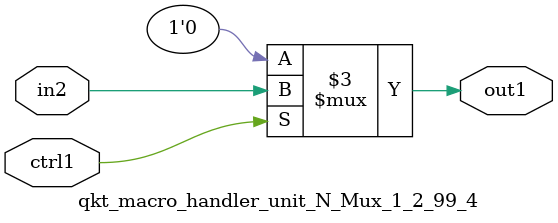
<source format=v>

`timescale 1ps / 1ps


module qkt_macro_handler_unit_N_Mux_1_2_99_4( in2, ctrl1, out1 );

    input in2;
    input ctrl1;
    output out1;
    reg out1;

    
    // rtl_process:qkt_macro_handler_unit_N_Mux_1_2_99_4/qkt_macro_handler_unit_N_Mux_1_2_99_4_thread_1
    always @*
      begin : qkt_macro_handler_unit_N_Mux_1_2_99_4_thread_1
        case (ctrl1) 
          1'b1: 
            begin
              out1 = in2;
            end
          default: 
            begin
              out1 = 1'b0;
            end
        endcase
      end

endmodule





</source>
